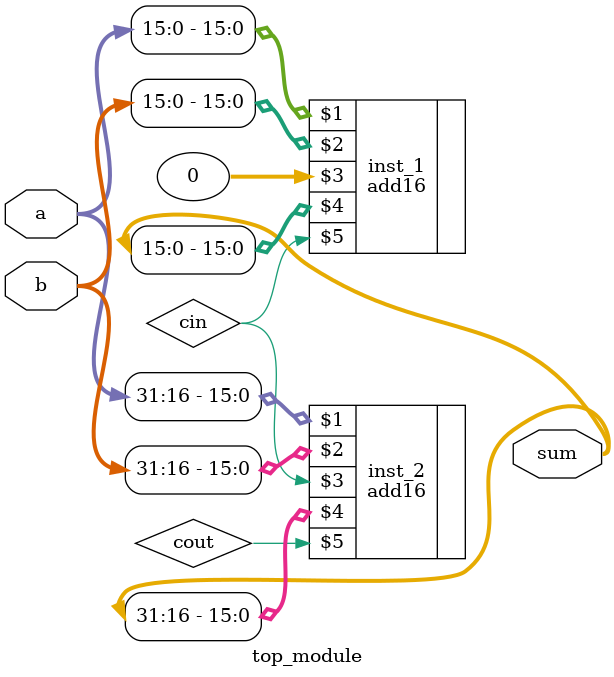
<source format=v>
module top_module(
    input [31:0] a,
    input [31:0] b,
    output [31:0] sum
);
    wire cin;
    wire cout;
    add16 inst_1(a[15:0], b[15:0], 0, sum[15:0], cin);
    add16 inst_2(a[31:16], b[31:16], cin, sum[31:16], cout);

endmodule

</source>
